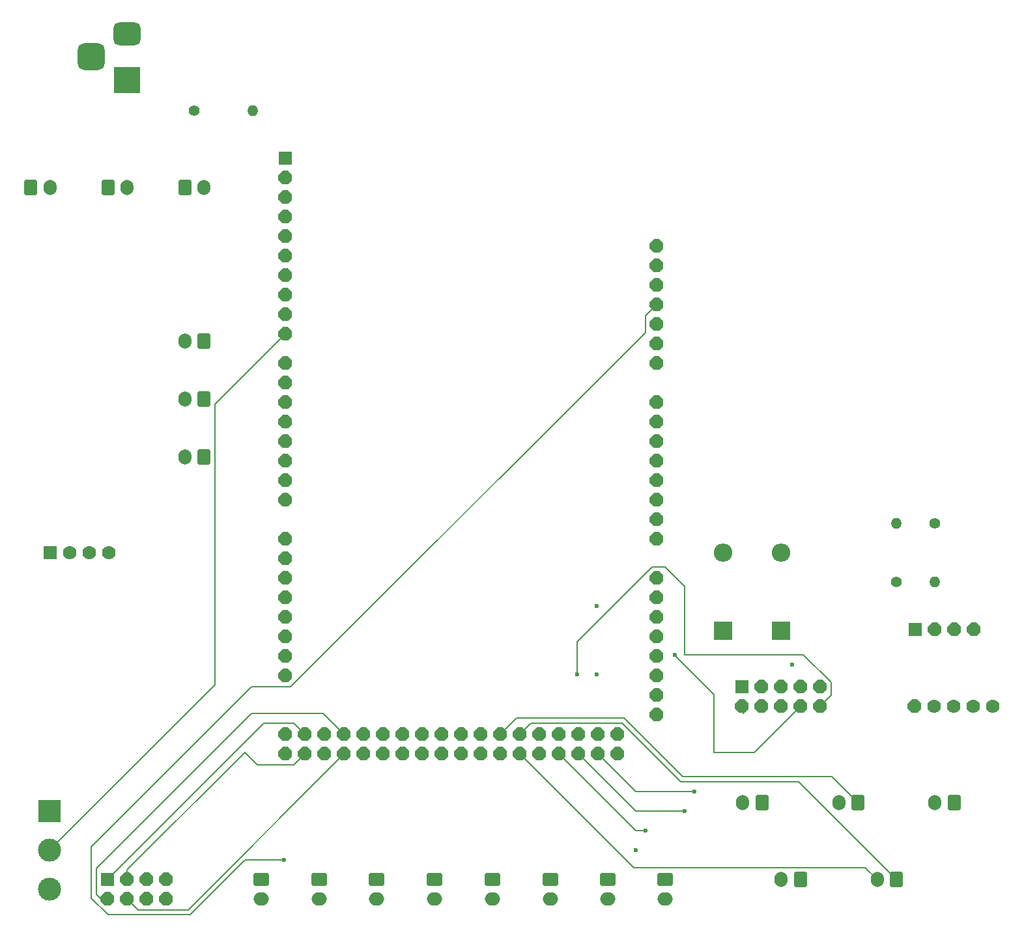
<source format=gbr>
%TF.GenerationSoftware,KiCad,Pcbnew,8.0.4*%
%TF.CreationDate,2024-09-07T12:51:51-06:00*%
%TF.ProjectId,main,6d61696e-2e6b-4696-9361-645f70636258,rev?*%
%TF.SameCoordinates,Original*%
%TF.FileFunction,Copper,L1,Top*%
%TF.FilePolarity,Positive*%
%FSLAX46Y46*%
G04 Gerber Fmt 4.6, Leading zero omitted, Abs format (unit mm)*
G04 Created by KiCad (PCBNEW 8.0.4) date 2024-09-07 12:51:51*
%MOMM*%
%LPD*%
G01*
G04 APERTURE LIST*
G04 Aperture macros list*
%AMRoundRect*
0 Rectangle with rounded corners*
0 $1 Rounding radius*
0 $2 $3 $4 $5 $6 $7 $8 $9 X,Y pos of 4 corners*
0 Add a 4 corners polygon primitive as box body*
4,1,4,$2,$3,$4,$5,$6,$7,$8,$9,$2,$3,0*
0 Add four circle primitives for the rounded corners*
1,1,$1+$1,$2,$3*
1,1,$1+$1,$4,$5*
1,1,$1+$1,$6,$7*
1,1,$1+$1,$8,$9*
0 Add four rect primitives between the rounded corners*
20,1,$1+$1,$2,$3,$4,$5,0*
20,1,$1+$1,$4,$5,$6,$7,0*
20,1,$1+$1,$6,$7,$8,$9,0*
20,1,$1+$1,$8,$9,$2,$3,0*%
%AMOutline5P*
0 Free polygon, 5 corners , with rotation*
0 The origin of the aperture is its center*
0 number of corners: always 5*
0 $1 to $10 corner X, Y*
0 $11 Rotation angle, in degrees counterclockwise*
0 create outline with 5 corners*
4,1,5,$1,$2,$3,$4,$5,$6,$7,$8,$9,$10,$1,$2,$11*%
%AMOutline6P*
0 Free polygon, 6 corners , with rotation*
0 The origin of the aperture is its center*
0 number of corners: always 6*
0 $1 to $12 corner X, Y*
0 $13 Rotation angle, in degrees counterclockwise*
0 create outline with 6 corners*
4,1,6,$1,$2,$3,$4,$5,$6,$7,$8,$9,$10,$11,$12,$1,$2,$13*%
%AMOutline7P*
0 Free polygon, 7 corners , with rotation*
0 The origin of the aperture is its center*
0 number of corners: always 7*
0 $1 to $14 corner X, Y*
0 $15 Rotation angle, in degrees counterclockwise*
0 create outline with 7 corners*
4,1,7,$1,$2,$3,$4,$5,$6,$7,$8,$9,$10,$11,$12,$13,$14,$1,$2,$15*%
%AMOutline8P*
0 Free polygon, 8 corners , with rotation*
0 The origin of the aperture is its center*
0 number of corners: always 8*
0 $1 to $16 corner X, Y*
0 $17 Rotation angle, in degrees counterclockwise*
0 create outline with 8 corners*
4,1,8,$1,$2,$3,$4,$5,$6,$7,$8,$9,$10,$11,$12,$13,$14,$15,$16,$1,$2,$17*%
G04 Aperture macros list end*
%TA.AperFunction,ComponentPad*%
%ADD10R,1.778000X1.778000*%
%TD*%
%TA.AperFunction,ComponentPad*%
%ADD11Outline8P,-0.889000X0.368236X-0.368236X0.889000X0.368236X0.889000X0.889000X0.368236X0.889000X-0.368236X0.368236X-0.889000X-0.368236X-0.889000X-0.889000X-0.368236X0.000000*%
%TD*%
%TA.AperFunction,ComponentPad*%
%ADD12R,3.500000X3.500000*%
%TD*%
%TA.AperFunction,ComponentPad*%
%ADD13RoundRect,0.750000X-1.000000X0.750000X-1.000000X-0.750000X1.000000X-0.750000X1.000000X0.750000X0*%
%TD*%
%TA.AperFunction,ComponentPad*%
%ADD14RoundRect,0.875000X-0.875000X0.875000X-0.875000X-0.875000X0.875000X-0.875000X0.875000X0.875000X0*%
%TD*%
%TA.AperFunction,ComponentPad*%
%ADD15C,1.400000*%
%TD*%
%TA.AperFunction,ComponentPad*%
%ADD16O,1.400000X1.400000*%
%TD*%
%TA.AperFunction,ComponentPad*%
%ADD17RoundRect,0.250000X-0.600000X-0.750000X0.600000X-0.750000X0.600000X0.750000X-0.600000X0.750000X0*%
%TD*%
%TA.AperFunction,ComponentPad*%
%ADD18O,1.700000X2.000000*%
%TD*%
%TA.AperFunction,ComponentPad*%
%ADD19RoundRect,0.250000X0.600000X0.750000X-0.600000X0.750000X-0.600000X-0.750000X0.600000X-0.750000X0*%
%TD*%
%TA.AperFunction,ComponentPad*%
%ADD20C,1.778000*%
%TD*%
%TA.AperFunction,ComponentPad*%
%ADD21R,2.400000X2.400000*%
%TD*%
%TA.AperFunction,ComponentPad*%
%ADD22O,2.400000X2.400000*%
%TD*%
%TA.AperFunction,ComponentPad*%
%ADD23R,3.000000X3.000000*%
%TD*%
%TA.AperFunction,ComponentPad*%
%ADD24C,3.000000*%
%TD*%
%TA.AperFunction,ComponentPad*%
%ADD25Outline8P,-0.889000X0.368236X-0.368236X0.889000X0.368236X0.889000X0.889000X0.368236X0.889000X-0.368236X0.368236X-0.889000X-0.368236X-0.889000X-0.889000X-0.368236X180.000000*%
%TD*%
%TA.AperFunction,ComponentPad*%
%ADD26RoundRect,0.250000X-0.750000X0.600000X-0.750000X-0.600000X0.750000X-0.600000X0.750000X0.600000X0*%
%TD*%
%TA.AperFunction,ComponentPad*%
%ADD27O,2.000000X1.700000*%
%TD*%
%TA.AperFunction,ViaPad*%
%ADD28C,0.600000*%
%TD*%
%TA.AperFunction,Conductor*%
%ADD29C,0.200000*%
%TD*%
G04 APERTURE END LIST*
D10*
%TO.P,U$2,CLK,CLK*%
%TO.N,Net-(R2-Pad1)*%
X184960000Y-125000000D03*
D11*
%TO.P,U$2,DIO,DIO*%
%TO.N,Net-(R3-Pad2)*%
X187500000Y-125000000D03*
%TO.P,U$2,GND,GND*%
%TO.N,GND*%
X190040000Y-125000000D03*
%TO.P,U$2,VCC,VCC*%
%TO.N,/5V*%
X192580000Y-125000000D03*
%TD*%
D12*
%TO.P,J1,1,1*%
%TO.N,/RAW_IN*%
X82500000Y-53500000D03*
D13*
%TO.P,J1,2,2*%
%TO.N,unconnected-(J1-Pad2)*%
X82500000Y-47500000D03*
D14*
%TO.P,J1,3,3*%
%TO.N,GND*%
X77800000Y-50500000D03*
%TD*%
D15*
%TO.P,R2,1,1*%
%TO.N,Net-(R2-Pad1)*%
X182500000Y-118810000D03*
D16*
%TO.P,R2,2,2*%
%TO.N,/5V*%
X182500000Y-111190000D03*
%TD*%
D17*
%TO.P,POWER_LED0,1,S*%
%TO.N,/5V*%
X90000000Y-67500000D03*
D18*
%TO.P,POWER_LED0,2,S*%
%TO.N,Net-(POWER_LED0B-S)*%
X92500000Y-67500000D03*
%TD*%
D19*
%TO.P,JACK_CON3,1,S*%
%TO.N,Net-(JACK_CON3A-S)*%
X177500000Y-147500000D03*
D18*
%TO.P,JACK_CON3,2,S*%
%TO.N,Net-(JACK_CON3B-S)*%
X175000000Y-147500000D03*
%TD*%
D19*
%TO.P,JACK_CON1,1,S*%
%TO.N,Net-(JACK_CON1A-S)*%
X165000000Y-147500000D03*
D18*
%TO.P,JACK_CON1,2,S*%
%TO.N,Net-(JACK_CON1B-S)*%
X162500000Y-147500000D03*
%TD*%
D10*
%TO.P,U1,1,5V*%
%TO.N,/5V*%
X72460000Y-115000000D03*
D20*
%TO.P,U1,2,TXD*%
%TO.N,Net-(U1-TXD)*%
X75000000Y-115000000D03*
%TO.P,U1,3,RXD*%
%TO.N,Net-(U1-RXD)*%
X77540000Y-115000000D03*
%TO.P,U1,4,GND*%
%TO.N,GND*%
X80080000Y-115000000D03*
%TD*%
D10*
%TO.P,U$3,3V3,3V3*%
%TO.N,Net-(D2-K)*%
X162380000Y-132460000D03*
D11*
%TO.P,U$3,5V,5V*%
%TO.N,Net-(D1-K)*%
X164920000Y-132460000D03*
%TO.P,U$3,GND,GND*%
%TO.N,GND*%
X167460000Y-132460000D03*
%TO.P,U$3,MISO,MISO*%
%TO.N,/MISO*%
X172540000Y-135000000D03*
%TO.P,U$3,MOSI,MOSI*%
%TO.N,/MOSI*%
X172540000Y-132460000D03*
%TO.P,U$3,SCK,SCK*%
%TO.N,/SCK*%
X170000000Y-132460000D03*
%TO.P,U$3,SD_CS,SD_CS*%
%TO.N,/D48*%
X170000000Y-135000000D03*
%TO.P,U$3,SPKR,SPKR*%
%TO.N,/D2*%
X162380000Y-135000000D03*
%TO.P,U$3,TFT_CS,TFT_CS*%
%TO.N,/D53*%
X167460000Y-135000000D03*
%TO.P,U$3,TFT_DC,TFT_DC*%
%TO.N,Net-(U$1-PadD49)*%
X164920000Y-135000000D03*
%TD*%
D19*
%TO.P,SECTION_2_BUTTON0,1,KL*%
%TO.N,Net-(SECTION_2_BUTTON0A-KL)*%
X92500000Y-95000000D03*
D18*
%TO.P,SECTION_2_BUTTON0,2,KL*%
%TO.N,GND*%
X90000000Y-95000000D03*
%TD*%
D17*
%TO.P,RESET0,1,S*%
%TO.N,/RESET*%
X80000000Y-67500000D03*
D18*
%TO.P,RESET0,2,S*%
%TO.N,GND*%
X82500000Y-67500000D03*
%TD*%
D17*
%TO.P,PWR_IN0,1,S*%
%TO.N,/RAW_IN*%
X70000000Y-67500000D03*
D18*
%TO.P,PWR_IN0,2,S*%
%TO.N,/5V*%
X72500000Y-67500000D03*
%TD*%
D21*
%TO.P,D2,1,K*%
%TO.N,Net-(D2-K)*%
X160000000Y-125160000D03*
D22*
%TO.P,D2,2,A*%
%TO.N,/3V3*%
X160000000Y-115000000D03*
%TD*%
D19*
%TO.P,JACK_CON5,1,S*%
%TO.N,Net-(JACK_CON5A-S)*%
X190000000Y-147500000D03*
D18*
%TO.P,JACK_CON5,2,S*%
%TO.N,Net-(JACK_CON5B-S)*%
X187500000Y-147500000D03*
%TD*%
D15*
%TO.P,R1,1,1*%
%TO.N,Net-(POWER_LED0B-S)*%
X91190000Y-57500000D03*
D16*
%TO.P,R1,2,2*%
%TO.N,GND*%
X98810000Y-57500000D03*
%TD*%
D10*
%TO.P,U$4,P1,P1*%
%TO.N,Net-(U$1-PadD22)*%
X79960000Y-157460000D03*
D11*
%TO.P,U$4,P2,P2*%
%TO.N,Net-(U$1-PadD23)*%
X82500000Y-157460000D03*
%TO.P,U$4,P3,P3*%
%TO.N,Net-(U$1-PadD24)*%
X85040000Y-157460000D03*
%TO.P,U$4,P4,P4*%
%TO.N,Net-(U$1-PadD25)*%
X87580000Y-157460000D03*
%TO.P,U$4,PA,PA*%
%TO.N,Net-(U$1-PadD26)*%
X79960000Y-160000000D03*
%TO.P,U$4,PB,PB*%
%TO.N,Net-(U$1-PadD27)*%
X82500000Y-160000000D03*
%TO.P,U$4,PC,PC*%
%TO.N,Net-(U$1-PadD28)*%
X85040000Y-160000000D03*
%TO.P,U$4,PD,PD*%
%TO.N,/D29*%
X87580000Y-160000000D03*
%TD*%
D23*
%TO.P,X1,1,KL*%
%TO.N,/5V*%
X72390000Y-148590000D03*
D24*
%TO.P,X1,2,KL*%
%TO.N,Net-(X1B-KL)*%
X72390000Y-153670000D03*
%TO.P,X1,3,KL*%
%TO.N,GND*%
X72390000Y-158750000D03*
%TD*%
D25*
%TO.P,U$1,3V3,3V3*%
%TO.N,/3V3*%
X151328500Y-80210000D03*
%TO.P,U$1,5V@1,5V*%
%TO.N,Net-(U$1-5V-Pad5V@1)*%
X151328500Y-82750000D03*
%TO.P,U$1,5V@2,5V*%
X103068500Y-138630000D03*
%TO.P,U$1,5V@3,5V*%
X103068500Y-141170000D03*
%TO.P,U$1,A0,A0*%
%TO.N,unconnected-(U$1-PadA0)*%
X151328500Y-95450000D03*
%TO.P,U$1,A1,A1*%
%TO.N,unconnected-(U$1-PadA1)*%
X151328500Y-97990000D03*
%TO.P,U$1,A2,A2*%
%TO.N,unconnected-(U$1-PadA2)*%
X151328500Y-100530000D03*
%TO.P,U$1,A3,A3*%
%TO.N,unconnected-(U$1-PadA3)*%
X151328500Y-103070000D03*
%TO.P,U$1,A4,A4*%
%TO.N,unconnected-(U$1-PadA4)*%
X151328500Y-105610000D03*
%TO.P,U$1,A5,A5*%
%TO.N,unconnected-(U$1-PadA5)*%
X151328500Y-108150000D03*
%TO.P,U$1,A6,A6*%
%TO.N,unconnected-(U$1-PadA6)*%
X151328500Y-110690000D03*
%TO.P,U$1,A7,A7*%
%TO.N,unconnected-(U$1-PadA7)*%
X151328500Y-113230000D03*
%TO.P,U$1,A8,A8*%
%TO.N,unconnected-(U$1-PadA8)*%
X151328500Y-118310000D03*
%TO.P,U$1,A9,A9*%
%TO.N,unconnected-(U$1-PadA9)*%
X151328500Y-120850000D03*
%TO.P,U$1,A10,A10*%
%TO.N,unconnected-(U$1-PadA10)*%
X151328500Y-123390000D03*
%TO.P,U$1,A11,A11*%
%TO.N,unconnected-(U$1-PadA11)*%
X151328500Y-125930000D03*
%TO.P,U$1,A12,A12*%
%TO.N,unconnected-(U$1-PadA12)*%
X151328500Y-128470000D03*
%TO.P,U$1,A13,A13*%
%TO.N,unconnected-(U$1-PadA13)*%
X151328500Y-131010000D03*
%TO.P,U$1,A14,A14*%
%TO.N,unconnected-(U$1-PadA14)*%
X151328500Y-133550000D03*
%TO.P,U$1,A15,A15*%
%TO.N,unconnected-(U$1-PadA15)*%
X151328500Y-136090000D03*
%TO.P,U$1,AREF,AREF*%
%TO.N,unconnected-(U$1-PadAREF)*%
X103068500Y-68780000D03*
%TO.P,U$1,D0,D0*%
%TO.N,Net-(U1-RXD)*%
X103068500Y-108150000D03*
%TO.P,U$1,D1,D1*%
%TO.N,Net-(U1-TXD)*%
X103068500Y-105610000D03*
%TO.P,U$1,D2,D2*%
%TO.N,/D2*%
X103068500Y-103070000D03*
%TO.P,U$1,D3,D3*%
%TO.N,unconnected-(U$1-PadD3)*%
X103068500Y-100530000D03*
%TO.P,U$1,D4,D4*%
%TO.N,Net-(R2-Pad1)*%
X103068500Y-97990000D03*
%TO.P,U$1,D5,D5*%
%TO.N,Net-(R3-Pad2)*%
X103068500Y-95450000D03*
%TO.P,U$1,D6,D6*%
%TO.N,unconnected-(U$1-PadD6)*%
X103068500Y-92910000D03*
%TO.P,U$1,D7,D7*%
%TO.N,unconnected-(U$1-PadD7)*%
X103068500Y-90370000D03*
%TO.P,U$1,D8,D8*%
%TO.N,Net-(X1B-KL)*%
X103068500Y-86560000D03*
%TO.P,U$1,D9,D9*%
%TO.N,Net-(SECTION_1_BUTTON0A-KL)*%
X103068500Y-84020000D03*
%TO.P,U$1,D10,D10*%
%TO.N,Net-(SECTION_2_BUTTON0A-KL)*%
X103068500Y-81480000D03*
%TO.P,U$1,D11,D11*%
%TO.N,Net-(SECTION_3_BUTTON0A-KL)*%
X103068500Y-78940000D03*
%TO.P,U$1,D12,D12*%
%TO.N,unconnected-(U$1-PadD12)*%
X103068500Y-76400000D03*
%TO.P,U$1,D13,D13*%
%TO.N,unconnected-(U$1-PadD13)*%
X103068500Y-73860000D03*
%TO.P,U$1,D14,D14*%
%TO.N,unconnected-(U$1-PadD14)*%
X103068500Y-113230000D03*
%TO.P,U$1,D15,D15*%
%TO.N,unconnected-(U$1-PadD15)*%
X103068500Y-115770000D03*
%TO.P,U$1,D16,D16*%
%TO.N,unconnected-(U$1-PadD16)*%
X103068500Y-118310000D03*
%TO.P,U$1,D17,D17*%
%TO.N,unconnected-(U$1-PadD17)*%
X103068500Y-120850000D03*
%TO.P,U$1,D18,D18*%
%TO.N,unconnected-(U$1-PadD18)*%
X103068500Y-123390000D03*
%TO.P,U$1,D19,D19*%
%TO.N,unconnected-(U$1-PadD19)*%
X103068500Y-125930000D03*
%TO.P,U$1,D20,D20*%
%TO.N,Net-(U$1-PadD20)*%
X103068500Y-128470000D03*
%TO.P,U$1,D21,D21*%
%TO.N,/D21*%
X103068500Y-131010000D03*
%TO.P,U$1,D22,D22*%
%TO.N,Net-(U$1-PadD22)*%
X105608500Y-138630000D03*
%TO.P,U$1,D23,D23*%
%TO.N,Net-(U$1-PadD23)*%
X105608500Y-141170000D03*
%TO.P,U$1,D24,D24*%
%TO.N,Net-(U$1-PadD24)*%
X108148500Y-138630000D03*
%TO.P,U$1,D25,D25*%
%TO.N,Net-(U$1-PadD25)*%
X108148500Y-141170000D03*
%TO.P,U$1,D26,D26*%
%TO.N,Net-(U$1-PadD26)*%
X110688500Y-138630000D03*
%TO.P,U$1,D27,D27*%
%TO.N,Net-(U$1-PadD27)*%
X110688500Y-141170000D03*
%TO.P,U$1,D28,D28*%
%TO.N,Net-(U$1-PadD28)*%
X113228500Y-138630000D03*
%TO.P,U$1,D29,D29*%
%TO.N,/D29*%
X113228500Y-141170000D03*
%TO.P,U$1,D30,D30*%
%TO.N,Net-(SW1A-S)*%
X115768500Y-138630000D03*
%TO.P,U$1,D31,D31*%
%TO.N,Net-(SW2A-S)*%
X115768500Y-141170000D03*
%TO.P,U$1,D32,D32*%
%TO.N,Net-(SW3A-S)*%
X118308500Y-138630000D03*
%TO.P,U$1,D33,D33*%
%TO.N,Net-(SW4A-S)*%
X118308500Y-141170000D03*
%TO.P,U$1,D34,D34*%
%TO.N,Net-(SW5A-S)*%
X120848500Y-138630000D03*
%TO.P,U$1,D35,D35*%
%TO.N,Net-(SW6A-S)*%
X120848500Y-141170000D03*
%TO.P,U$1,D36,D36*%
%TO.N,Net-(SW7A-S)*%
X123388500Y-138630000D03*
%TO.P,U$1,D37,D37*%
%TO.N,Net-(SW8A-S)*%
X123388500Y-141170000D03*
%TO.P,U$1,D38,D38*%
%TO.N,Net-(JACK_CON1A-S)*%
X125928500Y-138630000D03*
%TO.P,U$1,D39,D39*%
%TO.N,Net-(JACK_CON1B-S)*%
X125928500Y-141170000D03*
%TO.P,U$1,D40,D40*%
%TO.N,Net-(JACK_CON2A-S)*%
X128468500Y-138630000D03*
%TO.P,U$1,D41,D41*%
%TO.N,Net-(JACK_CON2B-S)*%
X128468500Y-141170000D03*
%TO.P,U$1,D42,D42*%
%TO.N,Net-(JACK_CON3A-S)*%
X131008500Y-138630000D03*
%TO.P,U$1,D43,D43*%
%TO.N,Net-(JACK_CON3B-S)*%
X131008500Y-141170000D03*
%TO.P,U$1,D44,D44*%
%TO.N,Net-(JACK_CON4A-S)*%
X133548500Y-138630000D03*
%TO.P,U$1,D45,D45*%
%TO.N,Net-(JACK_CON4B-S)*%
X133548500Y-141170000D03*
%TO.P,U$1,D46,D46*%
%TO.N,Net-(JACK_CON5A-S)*%
X136088500Y-138630000D03*
%TO.P,U$1,D47,D47*%
%TO.N,Net-(JACK_CON5B-S)*%
X136088500Y-141170000D03*
%TO.P,U$1,D48,D48*%
%TO.N,/D48*%
X138628500Y-138630000D03*
%TO.P,U$1,D49,D49*%
%TO.N,Net-(U$1-PadD49)*%
X138628500Y-141170000D03*
%TO.P,U$1,D50,D50*%
%TO.N,/MISO*%
X141168500Y-138630000D03*
%TO.P,U$1,D51,D51*%
%TO.N,/MOSI*%
X141168500Y-141170000D03*
%TO.P,U$1,D52,D52*%
%TO.N,/SCK*%
X143708500Y-138630000D03*
%TO.P,U$1,D53,D53*%
%TO.N,/D53*%
X143708500Y-141170000D03*
%TO.P,U$1,GND@1,GND*%
%TO.N,GND*%
X103068500Y-71320000D03*
%TO.P,U$1,GND@2,GND*%
X151328500Y-87830000D03*
%TO.P,U$1,GND@3,GND*%
X151328500Y-85290000D03*
%TO.P,U$1,GND@4,GND*%
X146248500Y-138630000D03*
%TO.P,U$1,GND@5,GND*%
X146248500Y-141170000D03*
%TO.P,U$1,IOREF,IOREF*%
%TO.N,unconnected-(U$1-PadIOREF)*%
X151328500Y-75130000D03*
%TO.P,U$1,RESET,RESET*%
%TO.N,/RESET*%
X151328500Y-77670000D03*
D10*
%TO.P,U$1,SCL,SCL*%
%TO.N,unconnected-(U$1-PadSCL)*%
X103068500Y-63700000D03*
D25*
%TO.P,U$1,SDA,SDA*%
%TO.N,unconnected-(U$1-PadSDA)*%
X103068500Y-66240000D03*
%TO.P,U$1,VIN,VIN*%
%TO.N,/5V*%
X151328500Y-90370000D03*
%TD*%
D19*
%TO.P,JACK_CON2,1,S*%
%TO.N,Net-(JACK_CON2A-S)*%
X170000000Y-157500000D03*
D18*
%TO.P,JACK_CON2,2,S*%
%TO.N,Net-(JACK_CON2B-S)*%
X167500000Y-157500000D03*
%TD*%
D19*
%TO.P,SECTION_1_BUTTON0,1,KL*%
%TO.N,Net-(SECTION_1_BUTTON0A-KL)*%
X92500000Y-102500000D03*
D18*
%TO.P,SECTION_1_BUTTON0,2,KL*%
%TO.N,GND*%
X90000000Y-102500000D03*
%TD*%
D19*
%TO.P,JACK_CON4,1,S*%
%TO.N,Net-(JACK_CON4A-S)*%
X182500000Y-157500000D03*
D18*
%TO.P,JACK_CON4,2,S*%
%TO.N,Net-(JACK_CON4B-S)*%
X180000000Y-157500000D03*
%TD*%
D15*
%TO.P,R3,1,1*%
%TO.N,/5V*%
X187500000Y-111190000D03*
D16*
%TO.P,R3,2,2*%
%TO.N,Net-(R3-Pad2)*%
X187500000Y-118810000D03*
%TD*%
D20*
%TO.P,U$5,+,+*%
%TO.N,/5V*%
X192500000Y-135000000D03*
D11*
%TO.P,U$5,CLK,CLK*%
%TO.N,/D21*%
X184880000Y-135000000D03*
D20*
%TO.P,U$5,DT,DT*%
%TO.N,Net-(U$1-PadD20)*%
X187420000Y-135000000D03*
%TO.P,U$5,GND,GND*%
%TO.N,GND*%
X195040000Y-135000000D03*
%TO.P,U$5,SW,SW*%
%TO.N,unconnected-(U$5-PadSW)*%
X189960000Y-135000000D03*
%TD*%
D19*
%TO.P,SECTION_3_BUTTON0,1,KL*%
%TO.N,Net-(SECTION_3_BUTTON0A-KL)*%
X92500000Y-87500000D03*
D18*
%TO.P,SECTION_3_BUTTON0,2,KL*%
%TO.N,GND*%
X90000000Y-87500000D03*
%TD*%
D21*
%TO.P,D1,1,K*%
%TO.N,Net-(D1-K)*%
X167500000Y-125160000D03*
D22*
%TO.P,D1,2,A*%
%TO.N,/5V*%
X167500000Y-115000000D03*
%TD*%
D26*
%TO.P,SW1,1,S*%
%TO.N,Net-(SW1A-S)*%
X99950000Y-157500000D03*
D27*
%TO.P,SW1,2,S*%
%TO.N,GND*%
X99950000Y-160000000D03*
%TD*%
D26*
%TO.P,SW3,1,S*%
%TO.N,Net-(SW3A-S)*%
X114950000Y-157500000D03*
D27*
%TO.P,SW3,2,S*%
%TO.N,GND*%
X114950000Y-160000000D03*
%TD*%
D26*
%TO.P,SW5,1,S*%
%TO.N,Net-(SW5A-S)*%
X129950000Y-157500000D03*
D27*
%TO.P,SW5,2,S*%
%TO.N,GND*%
X129950000Y-160000000D03*
%TD*%
D26*
%TO.P,SW6,1,S*%
%TO.N,Net-(SW6A-S)*%
X137500000Y-157500000D03*
D27*
%TO.P,SW6,2,S*%
%TO.N,GND*%
X137500000Y-160000000D03*
%TD*%
D26*
%TO.P,SW7,1,S*%
%TO.N,Net-(SW7A-S)*%
X144950000Y-157500000D03*
D27*
%TO.P,SW7,2,S*%
%TO.N,GND*%
X144950000Y-160000000D03*
%TD*%
D26*
%TO.P,SW2,1,S*%
%TO.N,Net-(SW2A-S)*%
X107450000Y-157500000D03*
D27*
%TO.P,SW2,2,S*%
%TO.N,GND*%
X107450000Y-160000000D03*
%TD*%
D26*
%TO.P,SW8,1,S*%
%TO.N,Net-(SW8A-S)*%
X152450000Y-157500000D03*
D27*
%TO.P,SW8,2,S*%
%TO.N,GND*%
X152450000Y-160000000D03*
%TD*%
D26*
%TO.P,SW4,1,S*%
%TO.N,Net-(SW4A-S)*%
X122450000Y-157500000D03*
D27*
%TO.P,SW4,2,S*%
%TO.N,GND*%
X122450000Y-160000000D03*
%TD*%
D28*
%TO.N,/SCK*%
X168910000Y-129540000D03*
X143510000Y-121920000D03*
%TO.N,/MOSI*%
X154940000Y-148590000D03*
%TO.N,/D53*%
X156210000Y-146050000D03*
%TO.N,Net-(U$1-PadD49)*%
X149860000Y-151130000D03*
%TO.N,/SCK*%
X143510000Y-130810000D03*
%TO.N,/MISO*%
X140970000Y-130810000D03*
%TO.N,/D48*%
X153670000Y-128270000D03*
%TO.N,Net-(JACK_CON5B-S)*%
X148590000Y-153670000D03*
%TO.N,Net-(U$1-5V-Pad5V@1)*%
X102870000Y-154940000D03*
%TD*%
D29*
%TO.N,Net-(X1B-KL)*%
X93907200Y-132152800D02*
X72390000Y-153670000D01*
X103068500Y-86560000D02*
X93907200Y-95721300D01*
X93907200Y-95721300D02*
X93907200Y-132152800D01*
%TO.N,/MISO*%
X173986200Y-131860964D02*
X173986200Y-133553800D01*
X170395236Y-128270000D02*
X173986200Y-131860964D01*
X173986200Y-133553800D02*
X172540000Y-135000000D01*
X154940000Y-128270000D02*
X170395236Y-128270000D01*
X152423800Y-116863800D02*
X154940000Y-119380000D01*
X150729464Y-116863800D02*
X152423800Y-116863800D01*
X154940000Y-119380000D02*
X154940000Y-128270000D01*
X140970000Y-126623264D02*
X150729464Y-116863800D01*
X140970000Y-130810000D02*
X140970000Y-126623264D01*
%TO.N,/D53*%
X149860000Y-146050000D02*
X156210000Y-146050000D01*
%TO.N,/MOSI*%
X149860000Y-148590000D02*
X154940000Y-148590000D01*
%TO.N,/D53*%
X148588500Y-146050000D02*
X149860000Y-146050000D01*
X143708500Y-141170000D02*
X148588500Y-146050000D01*
%TO.N,/MOSI*%
X148588500Y-148590000D02*
X149860000Y-148590000D01*
X141168500Y-141170000D02*
X148588500Y-148590000D01*
%TO.N,Net-(U$1-PadD49)*%
X148588500Y-151130000D02*
X149860000Y-151130000D01*
X138628500Y-141170000D02*
X148588500Y-151130000D01*
%TO.N,/D2*%
X162560000Y-135180000D02*
X162380000Y-135000000D01*
X162560000Y-135180000D02*
X162560000Y-135890000D01*
%TO.N,/D48*%
X158750000Y-140970000D02*
X164030000Y-140970000D01*
X164030000Y-140970000D02*
X170000000Y-135000000D01*
X158750000Y-133415236D02*
X158750000Y-140970000D01*
X153670000Y-128335236D02*
X158750000Y-133415236D01*
X153670000Y-128270000D02*
X153670000Y-128335236D01*
%TO.N,Net-(JACK_CON5B-S)*%
X187780000Y-147500000D02*
X187960000Y-147320000D01*
X187500000Y-147500000D02*
X187780000Y-147500000D01*
%TO.N,Net-(JACK_CON3A-S)*%
X133135700Y-136502800D02*
X131008500Y-138630000D01*
X147095958Y-136502800D02*
X133135700Y-136502800D01*
X154715958Y-144122800D02*
X147095958Y-136502800D01*
X174122800Y-144122800D02*
X154715958Y-144122800D01*
X177500000Y-147500000D02*
X174122800Y-144122800D01*
%TO.N,Net-(JACK_CON4A-S)*%
X135018500Y-137160000D02*
X133548500Y-138630000D01*
X154443736Y-144780000D02*
X146823736Y-137160000D01*
X146823736Y-137160000D02*
X135018500Y-137160000D01*
X169780000Y-144780000D02*
X154443736Y-144780000D01*
X182500000Y-157500000D02*
X169780000Y-144780000D01*
%TO.N,Net-(JACK_CON4B-S)*%
X178442800Y-155942800D02*
X180000000Y-157500000D01*
X148321300Y-155942800D02*
X178442800Y-155942800D01*
X133548500Y-141170000D02*
X148321300Y-155942800D01*
%TO.N,Net-(JACK_CON3B-S)*%
X131008500Y-141168500D02*
X130810000Y-140970000D01*
X131008500Y-141170000D02*
X131008500Y-141168500D01*
%TO.N,Net-(U$1-5V-Pad5V@1)*%
X149882300Y-84196200D02*
X151328500Y-82750000D01*
X149882300Y-86337700D02*
X149882300Y-84196200D01*
X103763800Y-132456200D02*
X149882300Y-86337700D01*
X98683800Y-132456200D02*
X103763800Y-132456200D01*
X77856600Y-159941836D02*
X77856600Y-153283400D01*
X80018164Y-162103400D02*
X77856600Y-159941836D01*
X90684522Y-162103400D02*
X80018164Y-162103400D01*
X97847922Y-154940000D02*
X90684522Y-162103400D01*
X77856600Y-153283400D02*
X98683800Y-132456200D01*
X102870000Y-154940000D02*
X97847922Y-154940000D01*
%TO.N,Net-(U$1-PadD27)*%
X83946200Y-161446200D02*
X90412300Y-161446200D01*
X82500000Y-160000000D02*
X83946200Y-161446200D01*
X90412300Y-161446200D02*
X110688500Y-141170000D01*
%TO.N,Net-(U$1-PadD26)*%
X98637600Y-135890000D02*
X107948500Y-135890000D01*
X78513800Y-156013800D02*
X98637600Y-135890000D01*
X107948500Y-135890000D02*
X110688500Y-138630000D01*
X78513800Y-159442800D02*
X78513800Y-156013800D01*
X79071000Y-160000000D02*
X78513800Y-159442800D01*
X79960000Y-160000000D02*
X79071000Y-160000000D01*
%TO.N,Net-(U$1-PadD24)*%
X85070000Y-157460000D02*
X85040000Y-157460000D01*
X85070000Y-157460000D02*
X85090000Y-157480000D01*
%TO.N,Net-(U$1-PadD23)*%
X104162300Y-142616200D02*
X105608500Y-141170000D01*
X97790000Y-140970000D02*
X99436200Y-142616200D01*
X82500000Y-156260000D02*
X97790000Y-140970000D01*
X99436200Y-142616200D02*
X104162300Y-142616200D01*
X82500000Y-157460000D02*
X82500000Y-156260000D01*
%TO.N,Net-(U$1-PadD22)*%
X104162300Y-137183800D02*
X105608500Y-138630000D01*
X100236200Y-137183800D02*
X104162300Y-137183800D01*
X79960000Y-157460000D02*
X100236200Y-137183800D01*
X79990000Y-157460000D02*
X80010000Y-157480000D01*
X79960000Y-157460000D02*
X79990000Y-157460000D01*
%TO.N,Net-(SW6A-S)*%
X137500000Y-157500000D02*
X137450000Y-157500000D01*
%TD*%
M02*

</source>
